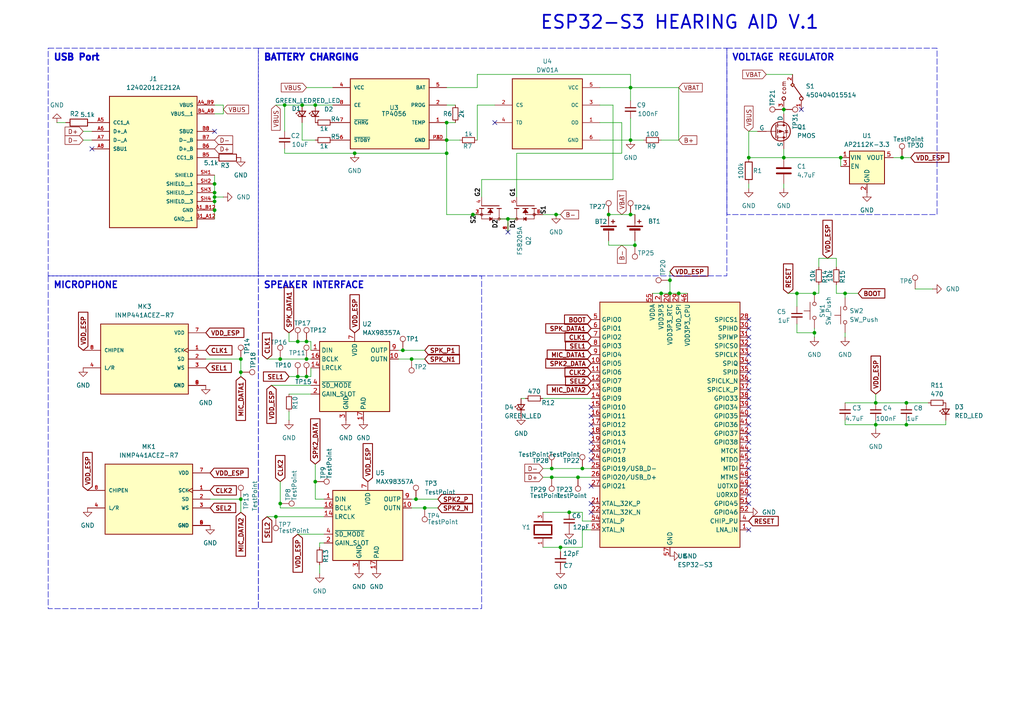
<source format=kicad_sch>
(kicad_sch (version 20231120) (generator "eeschema") (generator_version "8.0")
  (paper "A4")
  (junction (at 182.88 62.23))
  (junction (at 236.22 96.52))
  (junction (at 102.87 44.45))
  (junction (at 165.1 148.59))
  (junction (at 227.33 45.72))
  (junction (at 86.36 99.06))
  (junction (at 262.89 116.84))
  (junction (at 88.9 104.14))
  (junction (at 62.23 58.42))
  (junction (at 69.85 107.95))
  (junction (at 88.9 109.22))
  (junction (at 62.23 60.96))
  (junction (at 147.32 63.5))
  (junction (at 236.22 85.09))
  (junction (at 162.56 158.75))
  (junction (at 227.33 31.75))
  (junction (at 217.17 45.72))
  (junction (at 261.62 45.72))
  (junction (at 245.11 85.09))
  (junction (at 182.88 25.4))
  (junction (at 161.29 62.23))
  (junction (at 129.54 40.64))
  (junction (at 123.19 147.32))
  (junction (at 120.65 144.78))
  (junction (at 160.02 138.43))
  (junction (at 194.31 85.09))
  (junction (at 62.23 57.15))
  (junction (at 62.23 53.34))
  (junction (at 86.36 109.22))
  (junction (at 243.84 45.72))
  (junction (at 196.85 85.09))
  (junction (at 80.01 149.86))
  (junction (at 167.64 138.43))
  (junction (at 129.54 35.56))
  (junction (at 231.14 85.09))
  (junction (at 116.84 101.6))
  (junction (at 119.38 104.14))
  (junction (at 69.85 104.14))
  (junction (at 129.54 44.45))
  (junction (at 81.28 104.14))
  (junction (at 91.44 139.7))
  (junction (at 81.28 146.05))
  (junction (at 191.77 85.09))
  (junction (at 62.23 55.88))
  (junction (at 168.91 135.89))
  (junction (at 82.55 30.48))
  (junction (at 184.15 71.12))
  (junction (at 91.44 30.48))
  (junction (at 176.53 62.23))
  (junction (at 88.9 99.06))
  (junction (at 194.31 81.28))
  (junction (at 182.88 40.64))
  (junction (at 262.89 123.19))
  (junction (at 254 116.84))
  (junction (at 137.16 62.23))
  (junction (at 69.85 144.78))
  (junction (at 87.63 30.48))
  (junction (at 254 123.19))
  (junction (at 160.02 135.89))
  (no_connect (at 217.17 107.95))
  (no_connect (at 217.17 123.19))
  (no_connect (at 217.17 128.27))
  (no_connect (at 171.45 146.05))
  (no_connect (at 217.17 135.89))
  (no_connect (at 217.17 133.35))
  (no_connect (at 171.45 140.97))
  (no_connect (at 217.17 138.43))
  (no_connect (at 217.17 143.51))
  (no_connect (at 217.17 115.57))
  (no_connect (at 217.17 92.71))
  (no_connect (at 217.17 146.05))
  (no_connect (at 232.41 31.75))
  (no_connect (at 217.17 105.41))
  (no_connect (at 217.17 95.25))
  (no_connect (at 171.45 130.81))
  (no_connect (at 217.17 120.65))
  (no_connect (at 217.17 110.49))
  (no_connect (at 171.45 118.11))
  (no_connect (at 143.51 35.56))
  (no_connect (at 217.17 140.97))
  (no_connect (at 171.45 148.59))
  (no_connect (at 217.17 113.03))
  (no_connect (at 26.67 43.18))
  (no_connect (at 171.45 133.35))
  (no_connect (at 171.45 120.65))
  (no_connect (at 62.23 38.1))
  (no_connect (at 217.17 153.67))
  (no_connect (at 171.45 123.19))
  (no_connect (at 147.32 67.31))
  (no_connect (at 171.45 125.73))
  (no_connect (at 217.17 130.81))
  (no_connect (at 171.45 128.27))
  (no_connect (at 217.17 125.73))
  (no_connect (at 217.17 97.79))
  (no_connect (at 217.17 100.33))
  (no_connect (at 217.17 118.11))
  (no_connect (at 217.17 102.87))
  (wire (pts (xy 87.63 35.56) (xy 87.63 40.64)))
  (wire (pts (xy 62.23 55.88) (xy 62.23 57.15)))
  (wire (pts (xy 182.88 21.59) (xy 182.88 25.4)))
  (wire (pts (xy 129.54 35.56) (xy 129.54 40.64)))
  (wire (pts (xy 69.85 104.14) (xy 59.69 104.14)))
  (wire (pts (xy 194.31 81.28) (xy 194.31 78.74)))
  (wire (pts (xy 157.48 135.89) (xy 160.02 135.89)))
  (wire (pts (xy 139.7 52.07) (xy 139.7 57.15)))
  (wire (pts (xy 168.91 153.67) (xy 171.45 153.67)))
  (wire (pts (xy 77.47 149.86) (xy 80.01 149.86)))
  (wire (pts (xy 138.43 25.4) (xy 138.43 21.59)))
  (wire (pts (xy 231.14 93.98) (xy 231.14 96.52)))
  (wire (pts (xy 64.77 30.48) (xy 64.77 33.02)))
  (wire (pts (xy 157.48 148.59) (xy 165.1 148.59)))
  (wire (pts (xy 77.47 104.14) (xy 81.28 104.14)))
  (wire (pts (xy 245.11 85.09) (xy 248.92 85.09)))
  (wire (pts (xy 177.8 30.48) (xy 177.8 52.07)))
  (wire (pts (xy 69.85 107.95) (xy 69.85 104.14)))
  (wire (pts (xy 194.31 85.09) (xy 196.85 85.09)))
  (wire (pts (xy 88.9 99.06) (xy 90.17 99.06)))
  (wire (pts (xy 157.48 138.43) (xy 160.02 138.43)))
  (wire (pts (xy 157.48 62.23) (xy 161.29 62.23)))
  (wire (pts (xy 82.55 30.48) (xy 82.55 38.1)))
  (wire (pts (xy 245.11 97.79) (xy 245.11 96.52)))
  (wire (pts (xy 191.77 40.64) (xy 196.85 40.64)))
  (wire (pts (xy 91.44 30.48) (xy 96.52 30.48)))
  (wire (pts (xy 64.77 57.15) (xy 62.23 57.15)))
  (wire (pts (xy 86.36 154.94) (xy 93.98 154.94)))
  (wire (pts (xy 92.71 157.48) (xy 92.71 158.75)))
  (wire (pts (xy 81.28 104.14) (xy 88.9 104.14)))
  (wire (pts (xy 78.74 111.76) (xy 90.17 111.76)))
  (wire (pts (xy 123.19 101.6) (xy 116.84 101.6)))
  (wire (pts (xy 231.14 85.09) (xy 231.14 88.9)))
  (wire (pts (xy 83.82 96.52) (xy 83.82 99.06)))
  (wire (pts (xy 149.86 57.15) (xy 149.86 44.45)))
  (wire (pts (xy 149.86 44.45) (xy 180.34 44.45)))
  (wire (pts (xy 217.17 45.72) (xy 227.33 45.72)))
  (wire (pts (xy 173.99 40.64) (xy 182.88 40.64)))
  (wire (pts (xy 236.22 85.09) (xy 237.49 85.09)))
  (wire (pts (xy 123.19 147.32) (xy 119.38 147.32)))
  (wire (pts (xy 261.62 45.72) (xy 259.08 45.72)))
  (wire (pts (xy 83.82 109.22) (xy 86.36 109.22)))
  (wire (pts (xy 69.85 144.78) (xy 60.96 144.78)))
  (wire (pts (xy 176.53 69.85) (xy 176.53 71.12)))
  (wire (pts (xy 264.16 45.72) (xy 261.62 45.72)))
  (wire (pts (xy 161.29 62.23) (xy 162.56 62.23)))
  (wire (pts (xy 236.22 95.25) (xy 236.22 96.52)))
  (wire (pts (xy 237.49 74.93) (xy 242.57 74.93)))
  (wire (pts (xy 129.54 40.64) (xy 129.54 44.45)))
  (wire (pts (xy 180.34 44.45) (xy 180.34 35.56)))
  (wire (pts (xy 242.57 82.55) (xy 242.57 85.09)))
  (wire (pts (xy 227.33 54.61) (xy 227.33 53.34)))
  (wire (pts (xy 90.17 99.06) (xy 90.17 101.6)))
  (wire (pts (xy 144.78 63.5) (xy 147.32 63.5)))
  (wire (pts (xy 227.33 33.02) (xy 227.33 31.75)))
  (wire (pts (xy 83.82 121.92) (xy 83.82 119.38)))
  (wire (pts (xy 62.23 53.34) (xy 62.23 55.88)))
  (wire (pts (xy 274.32 121.92) (xy 274.32 123.19)))
  (wire (pts (xy 180.34 35.56) (xy 173.99 35.56)))
  (wire (pts (xy 168.91 148.59) (xy 168.91 151.13)))
  (wire (pts (xy 160.02 135.89) (xy 168.91 135.89)))
  (wire (pts (xy 82.55 44.45) (xy 102.87 44.45)))
  (wire (pts (xy 228.6 85.09) (xy 231.14 85.09)))
  (wire (pts (xy 116.84 101.6) (xy 115.57 101.6)))
  (wire (pts (xy 83.82 99.06) (xy 86.36 99.06)))
  (wire (pts (xy 262.89 123.19) (xy 262.89 121.92)))
  (wire (pts (xy 69.85 109.22) (xy 69.85 107.95)))
  (wire (pts (xy 90.17 109.22) (xy 90.17 106.68)))
  (wire (pts (xy 245.11 123.19) (xy 245.11 121.92)))
  (wire (pts (xy 138.43 40.64) (xy 138.43 30.48)))
  (wire (pts (xy 81.28 147.32) (xy 93.98 147.32)))
  (wire (pts (xy 168.91 151.13) (xy 171.45 151.13)))
  (wire (pts (xy 129.54 44.45) (xy 129.54 62.23)))
  (wire (pts (xy 120.65 144.78) (xy 119.38 144.78)))
  (wire (pts (xy 91.44 134.62) (xy 91.44 139.7)))
  (wire (pts (xy 243.84 45.72) (xy 243.84 48.26)))
  (wire (pts (xy 176.53 71.12) (xy 184.15 71.12)))
  (wire (pts (xy 24.13 40.64) (xy 26.67 40.64)))
  (wire (pts (xy 196.85 25.4) (xy 196.85 40.64)))
  (wire (pts (xy 83.82 114.3) (xy 90.17 114.3)))
  (wire (pts (xy 217.17 38.1) (xy 217.17 45.72)))
  (wire (pts (xy 167.64 138.43) (xy 171.45 138.43)))
  (wire (pts (xy 62.23 33.02) (xy 64.77 33.02)))
  (wire (pts (xy 62.23 57.15) (xy 62.23 58.42)))
  (wire (pts (xy 219.71 38.1) (xy 217.17 38.1)))
  (wire (pts (xy 127 144.78) (xy 120.65 144.78)))
  (wire (pts (xy 237.49 82.55) (xy 237.49 85.09)))
  (wire (pts (xy 274.32 123.19) (xy 262.89 123.19)))
  (wire (pts (xy 82.55 30.48) (xy 87.63 30.48)))
  (wire (pts (xy 182.88 34.29) (xy 182.88 40.64)))
  (wire (pts (xy 93.98 157.48) (xy 92.71 157.48)))
  (wire (pts (xy 191.77 85.09) (xy 194.31 85.09)))
  (wire (pts (xy 182.88 25.4) (xy 196.85 25.4)))
  (wire (pts (xy 88.9 109.22) (xy 90.17 109.22)))
  (wire (pts (xy 217.17 54.61) (xy 217.17 53.34)))
  (wire (pts (xy 91.44 139.7) (xy 91.44 144.78)))
  (wire (pts (xy 160.02 138.43) (xy 167.64 138.43)))
  (wire (pts (xy 162.56 158.75) (xy 168.91 158.75)))
  (wire (pts (xy 152.4 115.57) (xy 151.13 115.57)))
  (wire (pts (xy 168.91 135.89) (xy 171.45 135.89)))
  (wire (pts (xy 138.43 62.23) (xy 137.16 62.23)))
  (wire (pts (xy 162.56 160.02) (xy 162.56 158.75)))
  (wire (pts (xy 184.15 71.12) (xy 184.15 69.85)))
  (wire (pts (xy 26.67 38.1) (xy 24.13 38.1)))
  (wire (pts (xy 129.54 40.64) (xy 133.35 40.64)))
  (wire (pts (xy 80.01 149.86) (xy 93.98 149.86)))
  (wire (pts (xy 119.38 104.14) (xy 123.19 104.14)))
  (wire (pts (xy 227.33 43.18) (xy 227.33 45.72)))
  (wire (pts (xy 254 116.84) (xy 262.89 116.84)))
  (wire (pts (xy 254 114.3) (xy 254 116.84)))
  (wire (pts (xy 245.11 123.19) (xy 254 123.19)))
  (wire (pts (xy 91.44 144.78) (xy 93.98 144.78)))
  (wire (pts (xy 231.14 85.09) (xy 236.22 85.09)))
  (wire (pts (xy 129.54 62.23) (xy 137.16 62.23)))
  (wire (pts (xy 177.8 52.07) (xy 139.7 52.07)))
  (wire (pts (xy 189.23 85.09) (xy 191.77 85.09)))
  (wire (pts (xy 82.55 43.18) (xy 82.55 44.45)))
  (wire (pts (xy 242.57 85.09) (xy 245.11 85.09)))
  (wire (pts (xy 262.89 116.84) (xy 269.24 116.84)))
  (wire (pts (xy 129.54 35.56) (xy 132.08 35.56)))
  (wire (pts (xy 86.36 99.06) (xy 88.9 99.06)))
  (wire (pts (xy 157.48 158.75) (xy 162.56 158.75)))
  (wire (pts (xy 129.54 25.4) (xy 138.43 25.4)))
  (wire (pts (xy 245.11 116.84) (xy 254 116.84)))
  (wire (pts (xy 165.1 148.59) (xy 168.91 148.59)))
  (wire (pts (xy 62.23 50.8) (xy 62.23 53.34)))
  (wire (pts (xy 87.63 30.48) (xy 91.44 30.48)))
  (wire (pts (xy 254 124.46) (xy 254 123.19)))
  (wire (pts (xy 147.32 63.5) (xy 149.86 63.5)))
  (wire (pts (xy 86.36 109.22) (xy 88.9 109.22)))
  (wire (pts (xy 242.57 74.93) (xy 242.57 77.47)))
  (wire (pts (xy 138.43 30.48) (xy 143.51 30.48)))
  (wire (pts (xy 245.11 86.36) (xy 245.11 85.09)))
  (wire (pts (xy 157.48 115.57) (xy 171.45 115.57)))
  (wire (pts (xy 81.28 146.05) (xy 81.28 147.32)))
  (wire (pts (xy 196.85 85.09) (xy 199.39 85.09)))
  (wire (pts (xy 147.32 63.5) (xy 147.32 67.31)))
  (wire (pts (xy 123.19 147.32) (xy 127 147.32)))
  (wire (pts (xy 182.88 62.23) (xy 184.15 62.23)))
  (wire (pts (xy 254 123.19) (xy 262.89 123.19)))
  (wire (pts (xy 237.49 77.47) (xy 237.49 74.93)))
  (wire (pts (xy 182.88 25.4) (xy 182.88 29.21)))
  (wire (pts (xy 222.25 21.59) (xy 229.87 21.59)))
  (wire (pts (xy 265.43 83.82) (xy 270.51 83.82)))
  (wire (pts (xy 88.9 25.4) (xy 96.52 25.4)))
  (wire (pts (xy 16.51 35.56) (xy 19.05 35.56)))
  (wire (pts (xy 129.54 30.48) (xy 132.08 30.48)))
  (wire (pts (xy 254 123.19) (xy 254 121.92)))
  (wire (pts (xy 236.22 96.52) (xy 236.22 97.79)))
  (wire (pts (xy 119.38 104.14) (xy 115.57 104.14)))
  (wire (pts (xy 227.33 45.72) (xy 243.84 45.72)))
  (wire (pts (xy 87.63 40.64) (xy 91.44 40.64)))
  (wire (pts (xy 92.71 166.37) (xy 92.71 163.83)))
  (wire (pts (xy 62.23 58.42) (xy 62.23 60.96)))
  (wire (pts (xy 194.31 81.28) (xy 194.31 85.09)))
  (wire (pts (xy 182.88 40.64) (xy 186.69 40.64)))
  (wire (pts (xy 62.23 30.48) (xy 64.77 30.48)))
  (wire (pts (xy 102.87 44.45) (xy 129.54 44.45)))
  (wire (pts (xy 138.43 21.59) (xy 182.88 21.59)))
  (wire (pts (xy 168.91 158.75) (xy 168.91 153.67)))
  (wire (pts (xy 80.01 30.48) (xy 82.55 30.48)))
  (wire (pts (xy 173.99 30.48) (xy 177.8 30.48)))
  (wire (pts (xy 81.28 139.7) (xy 81.28 146.05)))
  (wire (pts (xy 62.23 60.96) (xy 62.23 63.5)))
  (wire (pts (xy 173.99 25.4) (xy 182.88 25.4)))
  (wire (pts (xy 88.9 104.14) (xy 90.17 104.14)))
  (wire (pts (xy 69.85 148.59) (xy 69.85 144.78)))
  (wire (pts (xy 231.14 96.52) (xy 236.22 96.52)))
  (wire (pts (xy 176.53 62.23) (xy 182.88 62.23)))
  (rectangle (start 74.93 13.97) (end 210.82 80.01) (stroke (width 0) (type dash)))
  (rectangle (start 74.93 80.01) (end 139.7 176.53) (stroke (width 0) (type dash)))
  (rectangle (start 210.82 13.97) (end 271.78 62.23) (stroke (width 0) (type dash)))
  (rectangle (start 13.97 13.97) (end 74.93 80.01) (stroke (width 0) (type dash)))
  (rectangle (start 13.97 80.01) (end 74.93 176.53) (stroke (width 0) (type dash)))
  (text_box "BATTERY CHARGING" (at 74.93 13.97 0) (size 31.75 5.08) (stroke (width -0.0001)) (effects (font (size 1.905 1.905) (thickness 0.508) (bold yes)) (justify left top)))
  (text_box "MICROPHONE\n" (at 13.97 80.01 0) (size 33.02 5.08) (stroke (width -0.0001)) (effects (font (size 1.905 1.905) (thickness 0.381) (bold yes)) (justify left top)))
  (text_box "SPEAKER INTERFACE\n" (at 74.93 80.01 0) (size 35.56 5.08) (stroke (width -0.0001)) (effects (font (size 1.905 1.905) (thickness 0.381) (bold yes)) (justify left top)))
  (text_box "VOLTAGE REGULATOR\n" (at 210.82 13.97 0) (size 33.02 5.08) (stroke (width -0.0001)) (effects (font (size 1.905 1.905) (thickness 0.381) (bold yes)) (justify left top)))
  (text_box "USB Port\n" (at 13.97 13.97 0) (size 26.67 5.08) (stroke (width -0.0001)) (effects (font (size 1.905 1.905) (thickness 0.508) (bold yes)) (justify left top)))
  (text_box "ESP32-S3 HEARING AID V.1" (at 153.67 1.27 0) (size 91.44 8.89) (stroke (width -0.0001)) (effects (font (size 3.81 3.81) (thickness 0.508) (bold yes)) (justify left top)))
  (label "G2" (at 139.7 57.15 90) (effects (font (bold yes))))
  (label "D1" (at 149.86 63.5 270) (effects (font (bold yes))))
  (label "G1" (at 149.86 57.15 90) (effects (font (bold yes))))
  (label "S1" (at 158.75 62.23 90) (effects (font (bold yes))))
  (label "S2" (at 138.43 62.23 270) (effects (font (bold yes))))
  (label "D2" (at 144.78 63.5 270) (effects (font (bold yes))))
  (global_label "VDD_ESP" (shape input) (at 194.31 78.74 0) (effects (font (bold yes))) (property "Intersheetrefs" "${INTERSHEET_REFS}" (effects (hide yes))))
  (global_label "CLK1" (shape input) (at 59.69 101.6 0) (effects (font (bold yes))) (property "Intersheetrefs" "${INTERSHEET_REFS}" (effects (hide yes))))
  (global_label "VDD_ESP" (shape input) (at 102.87 96.52 90) (effects (font (bold yes))) (property "Intersheetrefs" "${INTERSHEET_REFS}" (effects (hide yes))))
  (global_label "SEL2" (shape input) (at 60.96 147.32 0) (effects (font (bold yes))) (property "Intersheetrefs" "${INTERSHEET_REFS}" (effects (hide yes))))
  (global_label "MIC_DATA1" (shape input) (at 171.45 102.87 180) (effects (font (bold yes))) (property "Intersheetrefs" "${INTERSHEET_REFS}" (effects (hide yes))))
  (global_label "VDD_ESP" (shape input) (at 25.4 142.24 90) (effects (font (bold yes))) (property "Intersheetrefs" "${INTERSHEET_REFS}" (effects (hide yes))))
  (global_label "MIC_DATA2" (shape input) (at 69.85 148.59 270) (effects (font (bold yes))) (property "Intersheetrefs" "${INTERSHEET_REFS}" (effects (hide yes))))
  (global_label "CLK2" (shape input) (at 171.45 107.95 180) (effects (font (bold yes))) (property "Intersheetrefs" "${INTERSHEET_REFS}" (effects (hide yes))))
  (global_label "D-" (shape input) (at 24.13 40.64 180) (property "Intersheetrefs" "${INTERSHEET_REFS}" (effects (hide yes))))
  (global_label "SEL2" (shape input) (at 171.45 110.49 180) (effects (font (bold yes))) (property "Intersheetrefs" "${INTERSHEET_REFS}" (effects (hide yes))))
  (global_label "D-" (shape input) (at 157.48 135.89 180) (property "Intersheetrefs" "${INTERSHEET_REFS}" (effects (hide yes))))
  (global_label "CLK2" (shape input) (at 81.28 139.7 90) (effects (font (bold yes))) (property "Intersheetrefs" "${INTERSHEET_REFS}" (effects (hide yes))))
  (global_label "VDD_ESP" (shape input) (at 106.68 139.7 90) (effects (font (bold yes))) (property "Intersheetrefs" "${INTERSHEET_REFS}" (effects (hide yes))))
  (global_label "SEL1" (shape input) (at 171.45 100.33 180) (effects (font (bold yes))) (property "Intersheetrefs" "${INTERSHEET_REFS}" (effects (hide yes))))
  (global_label "SPK2_N" (shape input) (at 127 147.32 0) (effects (font (bold yes))) (property "Intersheetrefs" "${INTERSHEET_REFS}" (effects (hide yes))))
  (global_label "VDD_ESP" (shape input) (at 78.74 111.76 270) (effects (font (bold yes))) (property "Intersheetrefs" "${INTERSHEET_REFS}" (effects (hide yes))))
  (global_label "SEL1" (shape input) (at 83.82 109.22 180) (effects (font (bold yes))) (property "Intersheetrefs" "${INTERSHEET_REFS}" (effects (hide yes))))
  (global_label "MIC_DATA2" (shape input) (at 171.45 113.03 180) (effects (font (bold yes))) (property "Intersheetrefs" "${INTERSHEET_REFS}" (effects (hide yes))))
  (global_label "BOOT" (shape input) (at 248.92 85.09 0) (effects (font (bold yes))) (property "Intersheetrefs" "${INTERSHEET_REFS}" (effects (hide yes))))
  (global_label "SEL1" (shape input) (at 59.69 106.68 0) (effects (font (bold yes))) (property "Intersheetrefs" "${INTERSHEET_REFS}" (effects (hide yes))))
  (global_label "VDD_ESP" (shape input) (at 240.03 74.93 90) (effects (font (bold yes))) (property "Intersheetrefs" "${INTERSHEET_REFS}" (effects (hide yes))))
  (global_label "D+" (shape input) (at 24.13 38.1 180) (property "Intersheetrefs" "${INTERSHEET_REFS}" (effects (hide yes))))
  (global_label "SPK2_DATA" (shape input) (at 171.45 105.41 180) (effects (font (bold yes))) (property "Intersheetrefs" "${INTERSHEET_REFS}" (effects (hide yes))))
  (global_label "B+" (shape input) (at 196.85 40.64 0) (property "Intersheetrefs" "${INTERSHEET_REFS}" (effects (hide yes))))
  (global_label "VBUS" (shape input) (at 80.01 30.48 270) (property "Intersheetrefs" "${INTERSHEET_REFS}" (effects (hide yes))))
  (global_label "D+" (shape input) (at 157.48 138.43 180) (property "Intersheetrefs" "${INTERSHEET_REFS}" (effects (hide yes))))
  (global_label "VDD_ESP" (shape input) (at 264.16 45.72 0) (effects (font (bold yes))) (property "Intersheetrefs" "${INTERSHEET_REFS}" (effects (hide yes))))
  (global_label "SPK_DATA1" (shape input) (at 171.45 95.25 180) (effects (font (bold yes))) (property "Intersheetrefs" "${INTERSHEET_REFS}" (effects (hide yes))))
  (global_label "CLK1" (shape input) (at 171.45 97.79 180) (effects (font (bold yes))) (property "Intersheetrefs" "${INTERSHEET_REFS}" (effects (hide yes))))
  (global_label "VBAT" (shape input) (at 196.85 25.4 0) (property "Intersheetrefs" "${INTERSHEET_REFS}" (effects (hide yes))))
  (global_label "VBUS" (shape input) (at 217.17 38.1 90) (property "Intersheetrefs" "${INTERSHEET_REFS}" (effects (hide yes))))
  (global_label "VDD_ESP" (shape input) (at 59.69 96.52 0) (effects (font (bold yes))) (property "Intersheetrefs" "${INTERSHEET_REFS}" (effects (hide yes))))
  (global_label "CLK2" (shape input) (at 60.96 142.24 0) (effects (font (bold yes))) (property "Intersheetrefs" "${INTERSHEET_REFS}" (effects (hide yes))))
  (global_label "B-" (shape input) (at 180.34 71.12 270) (property "Intersheetrefs" "${INTERSHEET_REFS}" (effects (hide yes))))
  (global_label "D+" (shape input) (at 62.23 43.18 0) (property "Intersheetrefs" "${INTERSHEET_REFS}" (effects (hide yes))))
  (global_label "SPK_DATA1" (shape input) (at 83.82 96.52 90) (effects (font (bold yes))) (property "Intersheetrefs" "${INTERSHEET_REFS}" (effects (hide yes))))
  (global_label "SEL2" (shape input) (at 77.47 149.86 270) (effects (font (bold yes))) (property "Intersheetrefs" "${INTERSHEET_REFS}" (effects (hide yes))))
  (global_label "MIC_DATA1" (shape input) (at 69.85 109.22 270) (effects (font (bold yes))) (property "Intersheetrefs" "${INTERSHEET_REFS}" (effects (hide yes))))
  (global_label "VDD_ESP" (shape input) (at 254 114.3 90) (effects (font (bold yes))) (property "Intersheetrefs" "${INTERSHEET_REFS}" (effects (hide yes))))
  (global_label "D-" (shape input) (at 62.23 40.64 0) (property "Intersheetrefs" "${INTERSHEET_REFS}" (effects (hide yes))))
  (global_label "VDD_ESP" (shape input) (at 24.13 101.6 90) (effects (font (bold yes))) (property "Intersheetrefs" "${INTERSHEET_REFS}" (effects (hide yes))))
  (global_label "VBUS" (shape input) (at 64.77 31.75 0) (property "Intersheetrefs" "${INTERSHEET_REFS}" (effects (hide yes))))
  (global_label "VBUS" (shape input) (at 88.9 25.4 180) (property "Intersheetrefs" "${INTERSHEET_REFS}" (effects (hide yes))))
  (global_label "BOOT" (shape input) (at 171.45 92.71 180) (effects (font (bold yes))) (property "Intersheetrefs" "${INTERSHEET_REFS}" (effects (hide yes))))
  (global_label "VBAT" (shape input) (at 180.34 62.23 90) (property "Intersheetrefs" "${INTERSHEET_REFS}" (effects (hide yes))))
  (global_label "SPK_P1" (shape input) (at 123.19 101.6 0) (effects (font (bold yes))) (property "Intersheetrefs" "${INTERSHEET_REFS}" (effects (hide yes))))
  (global_label "SPK2_P" (shape input) (at 127 144.78 0) (effects (font (bold yes))) (property "Intersheetrefs" "${INTERSHEET_REFS}" (effects (hide yes))))
  (global_label "RESET" (shape input) (at 228.6 85.09 90) (effects (font (bold yes))) (property "Intersheetrefs" "${INTERSHEET_REFS}" (effects (hide yes))))
  (global_label "CLK1" (shape input) (at 77.47 104.14 90) (effects (font (bold yes))) (property "Intersheetrefs" "${INTERSHEET_REFS}" (effects (hide yes))))
  (global_label "VBAT" (shape input) (at 222.25 21.59 180) (property "Intersheetrefs" "${INTERSHEET_REFS}" (effects (hide yes))))
  (global_label "B-" (shape input) (at 162.56 62.23 0) (property "Intersheetrefs" "${INTERSHEET_REFS}" (effects (hide yes))))
  (global_label "SPK_N1" (shape input) (at 123.19 104.14 0) (effects (font (bold yes))) (property "Intersheetrefs" "${INTERSHEET_REFS}" (effects (hide yes))))
  (global_label "VDD_ESP" (shape input) (at 60.96 137.16 0) (effects (font (bold yes))) (property "Intersheetrefs" "${INTERSHEET_REFS}" (effects (hide yes))))
  (global_label "SPK2_DATA" (shape input) (at 91.44 134.62 90) (effects (font (bold yes))) (property "Intersheetrefs" "${INTERSHEET_REFS}" (effects (hide yes))))
  (global_label "RESET" (shape input) (at 217.17 151.13 0) (effects (font (bold yes))) (property "Intersheetrefs" "${INTERSHEET_REFS}" (effects (hide yes))))
  (global_label "VDD_ESP" (shape input) (at 86.36 154.94 270) (effects (font (bold yes))) (property "Intersheetrefs" "${INTERSHEET_REFS}" (effects (hide yes))))
  (symbol (lib_id "power:GND") (at 100.33 121.92 0) (unit 1)
    (property "Reference" "#PWR012" (effects (hide yes)))
    (property "Value" "GND" (at 100.33 127 0))
    (property "Description" "Power symbol creates a global label with name \"GND\" , ground" (effects (hide yes)))
  )
  (symbol (lib_id "Connector:TestPoint") (at 69.85 144.78 0) (unit 1)
    (property "Reference" "TP13" (at 71.374 147.828 90) (effects (justify left)))
    (property "Value" "TestPoint" (at 73.9141 148.336 90) (effects (justify left)))
    (property "Footprint" "MountingHole:Mounting_Pad_Square" (effects (hide yes)))
    (property "Description" "test point" (effects (hide yes)))
  )
  (symbol (lib_id "Connector:TestPoint") (at 160.02 135.89 0) (unit 1)
    (property "Reference" "TP28" (at 159.258 133.604 0) (effects (justify right)))
    (property "Value" "TestPoint" (at 159.258 131.826 0) (effects (justify right)))
    (property "Footprint" "MountingHole:Mounting_Pad_Square" (effects (hide yes)))
    (property "Description" "test point" (effects (hide yes)))
  )
  (symbol (lib_id "power:GND") (at 104.14 165.1 0) (unit 1)
    (property "Reference" "#PWR016" (effects (hide yes)))
    (property "Value" "GND" (at 104.14 170.18 0))
    (property "Description" "Power symbol creates a global label with name \"GND\" , ground" (effects (hide yes)))
  )
  (symbol (lib_id "power:GND") (at 236.22 97.79 0) (unit 1)
    (property "Reference" "#PWR05" (effects (hide yes)))
    (property "Value" "GND" (at 236.22 102.87 0))
    (property "Description" "Power symbol creates a global label with name \"GND\" , ground" (effects (hide yes)))
  )
  (symbol (lib_id "Device:C_Small") (at 182.88 31.75 0) (unit 1)
    (property "Reference" "C9" (at 184.658 30.48 0) (effects (justify left)))
    (property "Value" "100nF" (at 184.912 33.02 0) (effects (justify left)))
    (property "Footprint" "Capacitor_SMD:C_0402_1005Metric_Pad0.74x0.62mm_HandSolder" (effects (hide yes)))
    (property "Description" "Unpolarized capacitor, small symbol" (effects (hide yes)))
  )
  (symbol (lib_id "Connector:TestPoint") (at 227.33 31.75 90) (unit 1)
    (property "Reference" "TP21" (at 224.028 25.908 0) (effects (justify right)))
    (property "Value" "TestPoint" (effects (hide yes)))
    (property "Footprint" "MountingHole:Mounting_Pad_Square" (effects (hide yes)))
    (property "Description" "test point" (effects (hide yes)))
  )
  (symbol (lib_id "Simulation_SPICE:PMOS") (at 224.79 38.1 0) (unit 1)
    (property "Reference" "Q1" (at 231.14 36.8299 0) (effects (justify left)))
    (property "Value" "PMOS" (at 231.14 39.3699 0) (effects (justify left)))
    (property "Footprint" "footprints:DMP3099L-7" (effects (hide yes)))
    (property "Datasheet" "https://ngspice.sourceforge.io/docs/ngspice-html-manual/manual.xhtml#cha_MOSFETs" (effects (hide yes)))
    (property "Description" "P-MOSFET transistor, drain/source/gate" (effects (hide yes)))
    (property "Sim.Device" "PMOS" (effects (hide yes)))
    (property "Sim.Type" "VDMOS" (effects (hide yes)))
    (property "Sim.Pins" "1=D 2=G 3=S" (effects (hide yes)))
  )
  (symbol (lib_id "Device:LED_Small") (at 151.13 118.11 90) (unit 1)
    (property "Reference" "D4" (at 146.304 118.11 90) (effects (justify right)))
    (property "Value" "GREEN_LED" (at 146.304 120.65 90) (effects (justify right)))
    (property "Footprint" "LED_SMD:LED_0402_1005Metric" (effects (hide yes)))
    (property "Description" "Light emitting diode, small symbol" (effects (hide yes)))
  )
  (symbol (lib_id "DW01A:DW01A") (at 158.75 33.02 0) (unit 1)
    (property "Reference" "U4" (at 158.75 17.78 0))
    (property "Value" "DW01A" (at 158.75 20.32 0))
    (property "Footprint" "DW01A:SOT95P280X145-6N" (effects (hide yes)))
    (property "MF" "Fortune Semiconductor" (effects (hide yes)))
    (property "SNAPEDA_PACKAGE_ID" "103849" (effects (hide yes)))
    (property "Package" "SOT-23-6 Fortune Semiconductor" (effects (hide yes)))
    (property "Price" "None" (effects (hide yes)))
    (property "Check_prices" "https://www.snapeda.com/parts/DW01A/Fortune+Semiconductor/view-part/?ref=eda" (effects (hide yes)))
    (property "STANDARD" "IPC 7351B" (effects (hide yes)))
    (property "PARTREV" "1.8" (effects (hide yes)))
    (property "SnapEDA_Link" "https://www.snapeda.com/parts/DW01A/Fortune+Semiconductor/view-part/?ref=snap" (effects (hide yes)))
    (property "MP" "DW01A" (effects (hide yes)))
    (property "Description_1" "\n                        \n                            One Cell Lithium-ion/Polymer Battery Protection IC\n                        \n" (effects (hide yes)))
    (property "MANUFACTURER" "Fortune Semiconductor" (effects (hide yes)))
    (property "Availability" "Not in stock" (effects (hide yes)))
    (property "MAXIMUM_PACKAGE_HEIGHT" "1.45mm" (effects (hide yes)))
  )
  (symbol (lib_id "Connector:TestPoint") (at 116.84 101.6 0) (unit 1)
    (property "Reference" "TP1" (at 117.856 98.298 0) (effects (justify left)))
    (property "Value" "TestPoint" (effects (hide yes)))
    (property "Footprint" "MountingHole:Mounting_Pad_Square" (effects (hide yes)))
    (property "Description" "test point" (effects (hide yes)))
  )
  (symbol (lib_id "power:GND") (at 270.51 83.82 90) (unit 1)
    (property "Reference" "#PWR021" (effects (hide yes)))
    (property "Value" "GND" (at 274.32 83.8199 90) (effects (justify right)))
    (property "Description" "Power symbol creates a global label with name \"GND\" , ground" (effects (hide yes)))
  )
  (symbol (lib_id "12402012E212A:12402012E212A") (at 44.45 40.64 0) (unit 1)
    (property "Reference" "J1" (at 44.45 22.86 0))
    (property "Value" "12402012E212A" (at 44.45 25.4 0))
    (property "Footprint" "12402012E212A:AMPHENOL_12402012E212A" (effects (hide yes)))
    (property "PARTREV" "4" (effects (hide yes)))
    (property "STANDARD" "Manufacturer Recommendations" (effects (hide yes)))
    (property "MAXIMUM_PACKAGE_HEIGHT" "3.26 mm" (effects (hide yes)))
    (property "MANUFACTURER" "Amphenol" (effects (hide yes)))
  )
  (symbol (lib_id "power:GND") (at 217.17 54.61 0) (unit 1)
    (property "Reference" "#PWR03" (effects (hide yes)))
    (property "Value" "GND" (at 217.17 59.69 0))
    (property "Description" "Power symbol creates a global label with name \"GND\" , ground" (effects (hide yes)))
  )
  (symbol (lib_id "MCU_Espressif:ESP32-S3") (at 194.31 123.19 0) (unit 1)
    (property "Reference" "U8" (at 196.5041 161.29 0) (effects (justify left)))
    (property "Value" "ESP32-S3" (at 196.5041 163.83 0) (effects (justify left)))
    (property "Footprint" "Package_DFN_QFN:QFN-56-1EP_7x7mm_P0.4mm_EP4x4mm" (effects (hide yes)))
    (property "Datasheet" "https://www.espressif.com/sites/default/files/documentation/esp32-s3_datasheet_en.pdf" (effects (hide yes)))
    (property "Description" "Microcontroller, Wi-Fi 802.11b/g/n, Bluetooth, 32bit" (effects (hide yes)))
  )
  (symbol (lib_id "Switch:SW_Push") (at 236.22 90.17 90) (unit 1)
    (property "Reference" "SW1" (at 238.506 90.17 0))
    (property "Value" "SW_Push" (at 240.284 90.17 0))
    (property "Footprint" "B3U-1000P:SW_B3U-1000P" (effects (hide yes)))
    (property "Description" "Push button switch, generic, two pins" (effects (hide yes)))
  )
  (symbol (lib_id "Connector:TestPoint") (at 86.36 99.06 0) (unit 1)
    (property "Reference" "TP17" (at 90.17 93.726 0) (effects (justify right)))
    (property "Value" "TestPoint" (effects (hide yes)))
    (property "Footprint" "MountingHole:Mounting_Pad_Square" (effects (hide yes)))
    (property "Description" "test point" (effects (hide yes)))
  )
  (symbol (lib_id "Device:R_Small") (at 132.08 33.02 180) (unit 1)
    (property "Reference" "R6" (at 129.794 33.02 0))
    (property "Value" "2k" (at 133.858 33.02 90))
    (property "Footprint" "Resistor_SMD:R_0402_1005Metric_Pad0.72x0.64mm_HandSolder" (effects (hide yes)))
    (property "Description" "Resistor, small symbol" (effects (hide yes)))
  )
  (symbol (lib_id "Connector:TestPoint") (at 182.88 62.23 0) (unit 1)
    (property "Reference" "TP24" (at 188.722 60.198 0) (effects (justify right)))
    (property "Value" "TestPoint" (effects (hide yes)))
    (property "Footprint" "MountingHole:Mounting_Pad_Square" (effects (hide yes)))
    (property "Description" "test point" (effects (hide yes)))
  )
  (symbol (lib_id "Device:LED_Small") (at 87.63 33.02 90) (unit 1)
    (property "Reference" "D1" (at 84.582 31.496 90) (effects (justify right)))
    (property "Value" "GREEN_LED" (at 79.756 29.21 90) (effects (justify right)))
    (property "Footprint" "LED_SMD:LED_0402_1005Metric" (effects (hide yes)))
    (property "Description" "Light emitting diode, small symbol" (effects (hide yes)))
  )
  (symbol (lib_id "Connector:TestPoint") (at 123.19 147.32 180) (unit 1)
    (property "Reference" "TP4" (at 123.952 149.606 0) (effects (justify right)))
    (property "Value" "TestPoint" (at 123.952 151.384 0) (effects (justify right)))
    (property "Footprint" "MountingHole:Mounting_Pad_Square" (effects (hide yes)))
    (property "Description" "test point" (effects (hide yes)))
  )
  (symbol (lib_id "Device:C_Small") (at 262.89 119.38 0) (unit 1)
    (property "Reference" "C8" (at 264.922 118.364 0) (effects (justify left)))
    (property "Value" "1uF" (at 262.89 121.412 0) (effects (justify left)))
    (property "Footprint" "Capacitor_SMD:C_0402_1005Metric_Pad0.74x0.62mm_HandSolder" (effects (hide yes)))
    (property "Description" "Unpolarized capacitor, small symbol" (effects (hide yes)))
  )
  (symbol (lib_id "Connector:TestPoint") (at 184.15 71.12 180) (unit 1)
    (property "Reference" "TP25" (at 184.912 73.406 0) (effects (justify right)))
    (property "Value" "TestPoint" (effects (hide yes)))
    (property "Footprint" "MountingHole:Mounting_Pad_Square" (effects (hide yes)))
    (property "Description" "test point" (effects (hide yes)))
  )
  (symbol (lib_id "power:GND") (at 92.71 166.37 0) (mirror y) (unit 1)
    (property "Reference" "#PWR08" (effects (hide yes)))
    (property "Value" "GND" (at 92.71 171.45 0))
    (property "Description" "Power symbol creates a global label with name \"GND\" , ground" (effects (hide yes)))
  )
  (symbol (lib_id "Device:Battery_Cell") (at 176.53 67.31 0) (unit 1)
    (property "Reference" "BT2" (at 172.466 64.262 0) (effects (justify left)))
    (property "Value" "Battery_Cell" (effects (hide yes)))
    (property "Footprint" "Battery:BatteryHolder_Keystone_3034_1x20mm_CustomCourtyard" (effects (hide yes)))
    (property "Description" "Single-cell battery" (effects (hide yes)))
  )
  (symbol (lib_id "450404015514:450404015514") (at 229.87 26.67 270) (unit 1)
    (property "Reference" "S1" (at 233.68 25.0189 90) (effects (justify left)))
    (property "Value" "450404015514" (at 233.68 27.5589 90) (effects (justify left)))
    (property "Footprint" "450404015514:450404015514" (effects (hide yes)))
    (property "IR" "300mA" (effects (hide yes)))
    (property "QTY" "150" (effects (hide yes)))
    (property "PACKAGING" "Tape and Reel" (effects (hide yes)))
    (property "VR" "5V(DC)" (effects (hide yes)))
    (property "DATASHEET-URL" "https://www.we-online.com/catalog/datasheet/450404015514.pdf" (effects (hide yes)))
    (property "PART-NUMBER" "450404015514" (effects (hide yes)))
  )
  (symbol (lib_id "power:GND") (at 105.41 121.92 0) (unit 1)
    (property "Reference" "#PWR013" (effects (hide yes)))
    (property "Value" "GND" (at 105.41 127 0))
    (property "Description" "Power symbol creates a global label with name \"GND\" , ground" (effects (hide yes)))
  )
  (symbol (lib_id "power:GND") (at 227.33 54.61 0) (unit 1)
    (property "Reference" "#PWR04" (effects (hide yes)))
    (property "Value" "GND" (at 227.33 59.69 0))
    (property "Description" "Power symbol creates a global label with name \"GND\" , ground" (effects (hide yes)))
  )
  (symbol (lib_id "power:GND") (at 83.82 121.92 0) (unit 1)
    (property "Reference" "#PWR018" (effects (hide yes)))
    (property "Value" "GND" (at 83.82 127 0))
    (property "Description" "Power symbol creates a global label with name \"GND\" , ground" (effects (hide yes)))
  )
  (symbol (lib_id "Device:LED_Small") (at 91.44 33.02 90) (unit 1)
    (property "Reference" "D2" (at 93.98 31.6864 90) (effects (justify right)))
    (property "Value" "RED_LED" (at 90.424 29.21 90) (effects (justify right)))
    (property "Footprint" "LED_SMD:LED_0402_1005Metric" (effects (hide yes)))
    (property "Description" "Light emitting diode, small symbol" (effects (hide yes)))
  )
  (symbol (lib_id "Connector:TestPoint") (at 120.65 144.78 0) (unit 1)
    (property "Reference" "TP3" (at 123.19 140.2079 0) (effects (justify left)))
    (property "Value" "TestPoint" (at 123.19 142.7479 0) (effects (justify left)))
    (property "Footprint" "MountingHole:Mounting_Pad_Square" (effects (hide yes)))
    (property "Description" "test point" (effects (hide yes)))
  )
  (symbol (lib_id "Audio:MAX98357A") (at 106.68 152.4 0) (unit 1)
    (property "Reference" "U5" (at 108.8741 137.16 0) (effects (justify left)))
    (property "Value" "MAX98357A" (at 108.8741 139.7 0) (effects (justify left)))
    (property "Footprint" "Package_DFN_QFN:TQFN-16-1EP_3x3mm_P0.5mm_EP1.23x1.23mm" (effects (hide yes)))
    (property "Datasheet" "https://www.analog.com/media/en/technical-documentation/data-sheets/MAX98357A-MAX98357B.pdf" (effects (hide yes)))
    (property "Description" "Mono DAC with amplifier, I2S, PCM, TDM, 32-bit, 96khz, 3.2W, TQFP-16" (effects (hide yes)))
  )
  (symbol (lib_id "INMP441ACEZ-R7:INMP441ACEZ-R7") (at 41.91 104.14 0) (unit 1)
    (property "Reference" "MK3" (at 41.91 88.9 0))
    (property "Value" "INMP441ACEZ-R7" (at 41.91 91.44 0))
    (property "Footprint" "INMP441ACEZ-R7:MIC_INMP441ACEZ-R7" (effects (hide yes)))
    (property "MF" "TDK InvenSense" (effects (hide yes)))
    (property "MAXIMUM_PACKAGE_HEIGHT" "1.05 mm" (effects (hide yes)))
    (property "Package" "LGA-9 TDK InvenSense" (effects (hide yes)))
    (property "Price" "None" (effects (hide yes)))
    (property "Check_prices" "https://www.snapeda.com/parts/INMP441ACEZ-R7/TDK/view-part/?ref=eda" (effects (hide yes)))
    (property "STANDARD" "Manufacturer Recommendations" (effects (hide yes)))
    (property "PARTREV" "1.1" (effects (hide yes)))
    (property "SnapEDA_Link" "https://www.snapeda.com/parts/INMP441ACEZ-R7/TDK/view-part/?ref=snap" (effects (hide yes)))
    (property "MP" "INMP441ACEZ-R7" (effects (hide yes)))
    (property "Description_1" "\n                        \n                            60 Hz ~ 15 kHz Digital, I2S Microphone MEMS (Silicon) 1.62 V ~ 3.63 V Omnidirectional (-26dB ±3dB @ 94dB SPL) Solder Pads\n                        \n" (effects (hide yes)))
    (property "Availability" "In Stock" (effects (hide yes)))
    (property "MANUFACTURER" "TDK InvenSense" (effects (hide yes)))
  )
  (symbol (lib_id "power:GND") (at 69.85 45.72 0) (unit 1)
    (property "Reference" "#PWR010" (effects (hide yes)))
    (property "Value" "GND" (at 69.85 50.8 0))
    (property "Description" "Power symbol creates a global label with name \"GND\" , ground" (effects (hide yes)))
  )
  (symbol (lib_id "Device:R_Small") (at 92.71 161.29 0) (unit 1)
    (property "Reference" "R13" (at 94.488 161.29 90))
    (property "Value" "100k" (effects (hide yes)))
    (property "Footprint" "Resistor_SMD:R_0402_1005Metric" (effects (hide yes)))
    (property "Description" "Resistor, small symbol" (effects (hide yes)))
  )
  (symbol (lib_id "Device:R") (at 66.04 45.72 90) (unit 1)
    (property "Reference" "R3" (at 65.278 48.006 90))
    (property "Value" "5.1k" (at 61.214 47.244 90))
    (property "Footprint" "Resistor_SMD:R_0402_1005Metric_Pad0.72x0.64mm_HandSolder" (effects (hide yes)))
    (property "Description" "Resistor" (effects (hide yes)))
  )
  (symbol (lib_id "power:GND") (at 245.11 97.79 0) (unit 1)
    (property "Reference" "#PWR027" (effects (hide yes)))
    (property "Value" "GND" (at 245.11 102.87 0))
    (property "Description" "Power symbol creates a global label with name \"GND\" , ground" (effects (hide yes)))
  )
  (symbol (lib_id "Device:C") (at 227.33 49.53 0) (unit 1)
    (property "Reference" "C1" (at 231.14 48.2599 0) (effects (justify left)))
    (property "Value" "4.7uF" (at 231.14 50.7999 0) (effects (justify left)))
    (property "Footprint" "Capacitor_SMD:C_0402_1005Metric_Pad0.74x0.62mm_HandSolder" (effects (hide yes)))
    (property "Description" "Unpolarized capacitor" (effects (hide yes)))
  )
  (symbol (lib_id "Device:C_Small") (at 254 119.38 0) (unit 1)
    (property "Reference" "C4" (at 256.032 118.364 0) (effects (justify left)))
    (property "Value" "100nF" (at 254 121.412 0) (effects (justify left)))
    (property "Footprint" "Capacitor_SMD:C_0402_1005Metric_Pad0.74x0.62mm_HandSolder" (effects (hide yes)))
    (property "Description" "Unpolarized capacitor, small symbol" (effects (hide yes)))
  )
  (symbol (lib_id "power:GND") (at 24.13 106.68 0) (unit 1)
    (property "Reference" "#PWR023" (effects (hide yes)))
    (property "Value" "GND" (at 24.13 111.76 0))
    (property "Description" "Power symbol creates a global label with name \"GND\" , ground" (effects (hide yes)))
  )
  (symbol (lib_id "power:GND") (at 162.56 165.1 0) (unit 1)
    (property "Reference" "#PWR028" (effects (hide yes)))
    (property "Value" "GND" (at 162.56 170.18 0))
    (property "Description" "Power symbol creates a global label with name \"GND\" , ground" (effects (hide yes)))
  )
  (symbol (lib_id "Connector:TestPoint") (at 81.28 104.14 0) (unit 1)
    (property "Reference" "TP16" (at 83.312 99.314 0) (effects (justify right)))
    (property "Value" "TestPoint" (effects (hide yes)))
    (property "Footprint" "MountingHole:Mounting_Pad_Square" (effects (hide yes)))
    (property "Description" "test point" (effects (hide yes)))
  )
  (symbol (lib_id "Device:Battery_Cell") (at 184.15 67.31 0) (unit 1)
    (property "Reference" "BT1" (at 187.96 64.1984 0) (effects (justify left)))
    (property "Value" "Battery_Cell" (effects (hide yes)))
    (property "Footprint" "Battery:BatteryHolder_Keystone_3034_1x20mm_CustomCourtyard" (effects (hide yes)))
    (property "Description" "Single-cell battery" (effects (hide yes)))
  )
  (symbol (lib_id "power:GND") (at 60.96 152.4 0) (unit 1)
    (property "Reference" "#PWR020" (effects (hide yes)))
    (property "Value" "GND" (at 60.96 157.48 0))
    (property "Description" "Power symbol creates a global label with name \"GND\" , ground" (effects (hide yes)))
  )
  (symbol (lib_id "Device:C_Small") (at 82.55 40.64 0) (unit 1)
    (property "Reference" "C2" (at 84.328 39.37 0) (effects (justify left)))
    (property "Value" "10uF" (at 84.582 41.91 0) (effects (justify left)))
    (property "Footprint" "Capacitor_SMD:C_0402_1005Metric_Pad0.74x0.62mm_HandSolder" (effects (hide yes)))
    (property "Description" "Unpolarized capacitor, small symbol" (effects (hide yes)))
  )
  (symbol (lib_id "power:GND") (at 182.88 40.64 0) (unit 1)
    (property "Reference" "#PWR017" (effects (hide yes)))
    (property "Value" "GND" (at 182.88 45.72 0))
    (property "Description" "Power symbol creates a global label with name \"GND\" , ground" (effects (hide yes)))
  )
  (symbol (lib_id "Audio:MAX98357A") (at 102.87 109.22 0) (unit 1)
    (property "Reference" "U2" (at 105.0641 93.98 0) (effects (justify left)))
    (property "Value" "MAX98357A" (at 105.0641 96.52 0) (effects (justify left)))
    (property "Footprint" "Package_DFN_QFN:TQFN-16-1EP_3x3mm_P0.5mm_EP1.23x1.23mm" (effects (hide yes)))
    (property "Datasheet" "https://www.analog.com/media/en/technical-documentation/data-sheets/MAX98357A-MAX98357B.pdf" (effects (hide yes)))
    (property "Description" "Mono DAC with amplifier, I2S, PCM, TDM, 32-bit, 96khz, 3.2W, TQFP-16" (effects (hide yes)))
  )
  (symbol (lib_id "Connector:TestPoint") (at 86.36 109.22 0) (unit 1)
    (property "Reference" "TP10" (at 84.582 105.918 0) (effects (justify right)))
    (property "Value" "TestPoint" (effects (hide yes)))
    (property "Footprint" "MountingHole:Mounting_Pad_Square" (effects (hide yes)))
    (property "Description" "test point" (effects (hide yes)))
  )
  (symbol (lib_id "Switch:SW_Push") (at 245.11 91.44 90) (unit 1)
    (property "Reference" "SW2" (at 246.38 90.1699 90) (effects (justify right)))
    (property "Value" "SW_Push" (at 246.38 92.7099 90) (effects (justify right)))
    (property "Footprint" "B3U-1000P:SW_B3U-1000P" (effects (hide yes)))
    (property "Description" "Push button switch, generic, two pins" (effects (hide yes)))
  )
  (symbol (lib_id "Device:C_Small") (at 165.1 151.13 0) (unit 1)
    (property "Reference" "C6" (at 165.862 149.606 0) (effects (justify left)))
    (property "Value" "12pF" (at 166.116 152.908 0) (effects (justify left)))
    (property "Footprint" "Capacitor_SMD:C_0402_1005Metric_Pad0.74x0.62mm_HandSolder" (effects (hide yes)))
    (property "Description" "Unpolarized capacitor, small symbol" (effects (hide yes)))
  )
  (symbol (lib_id "Connector:TestPoint") (at 119.38 104.14 180) (unit 1)
    (property "Reference" "TP2" (at 120.142 106.426 0) (effects (justify right)))
    (property "Value" "TestPoint" (effects (hide yes)))
    (property "Footprint" "MountingHole:Mounting_Pad_Square" (effects (hide yes)))
    (property "Description" "test point" (effects (hide yes)))
  )
  (symbol (lib_id "Connector:TestPoint") (at 265.43 83.82 0) (unit 1)
    (property "Reference" "TP6" (at 264.668 81.534 0) (effects (justify right)))
    (property "Value" "TestPoint" (effects (hide yes)))
    (property "Footprint" "MountingHole:Mounting_Pad_Square" (effects (hide yes)))
    (property "Description" "test point" (effects (hide yes)))
  )
  (symbol (lib_id "Device:R_Small") (at 237.49 80.01 0) (unit 1)
    (property "Reference" "R14" (at 239.268 80.264 90))
    (property "Value" "10k" (at 235.712 80.01 90))
    (property "Footprint" "Resistor_SMD:R_0402_1005Metric_Pad0.72x0.64mm_HandSolder" (effects (hide yes)))
    (property "Description" "Resistor, small symbol" (effects (hide yes)))
  )
  (symbol (lib_id "power:GND") (at 25.4 147.32 0) (unit 1)
    (property "Reference" "#PWR024" (effects (hide yes)))
    (property "Value" "GND" (at 25.4 152.4 0))
    (property "Description" "Power symbol creates a global label with name \"GND\" , ground" (effects (hide yes)))
  )
  (symbol (lib_id "power:GND") (at 59.69 111.76 0) (unit 1)
    (property "Reference" "#PWR07" (effects (hide yes)))
    (property "Value" "GND" (at 59.69 116.84 0))
    (property "Description" "Power symbol creates a global label with name \"GND\" , ground" (effects (hide yes)))
  )
  (symbol (lib_id "power:GND") (at 64.77 57.15 90) (unit 1)
    (property "Reference" "#PWR09" (effects (hide yes)))
    (property "Value" "GND" (at 68.58 57.1499 90) (effects (justify right)))
    (property "Description" "Power symbol creates a global label with name \"GND\" , ground" (effects (hide yes)))
  )
  (symbol (lib_id "Connector:TestPoint") (at 69.85 107.95 270) (unit 1)
    (property "Reference" "TP18" (at 73.406 106.934 0) (effects (justify right)))
    (property "Value" "TestPoint" (effects (hide yes)))
    (property "Footprint" "MountingHole:Mounting_Pad_Square" (effects (hide yes)))
    (property "Description" "test point" (effects (hide yes)))
  )
  (symbol (lib_id "power:GND") (at 217.17 148.59 90) (unit 1)
    (property "Reference" "#PWR025" (effects (hide yes)))
    (property "Value" "GND" (at 220.98 148.5899 90) (effects (justify right)))
    (property "Description" "Power symbol creates a global label with name \"GND\" , ground" (effects (hide yes)))
  )
  (symbol (lib_id "XRCGB40M000F1S1BR0:XRCGB40M000F1S1BR0") (at 157.48 153.67 90) (unit 1)
    (property "Reference" "Y1" (at 151.384 152.908 90) (effects (justify right)))
    (property "Value" "XRCGB40M000F1S1BR0" (effects (hide yes)))
    (property "Footprint" "XRCGB40M000F1S1BR0:OSC_XRCGB40M000F1S1BR0" (effects (hide yes)))
    (property "PARTREV" "N/A" (effects (hide yes)))
    (property "MANUFACTURER" "Murata Electronics" (effects (hide yes)))
    (property "MAXIMUM_PACKAGE_HEIGHT" "0.7 mm" (effects (hide yes)))
    (property "STANDARD" "Manufacturer Recommendations" (effects (hide yes)))
  )
  (symbol (lib_id "power:GND") (at 161.29 62.23 0) (unit 1)
    (property "Reference" "#PWR015" (effects (hide yes)))
    (property "Value" "GND" (at 161.29 67.31 0))
    (property "Description" "Power symbol creates a global label with name \"GND\" , ground" (effects (hide yes)))
  )
  (symbol (lib_id "Device:R_Small") (at 154.94 115.57 90) (unit 1)
    (property "Reference" "R12" (at 159.004 116.84 90))
    (property "Value" "470" (at 154.94 113.538 90))
    (property "Footprint" "Resistor_SMD:R_0402_1005Metric" (effects (hide yes)))
    (property "Description" "Resistor, small symbol" (effects (hide yes)))
  )
  (symbol (lib_id "power:GND") (at 165.1 153.67 0) (unit 1)
    (property "Reference" "#PWR029" (effects (hide yes)))
    (property "Value" "GND" (at 165.354 157.226 0))
    (property "Description" "Power symbol creates a global label with name \"GND\" , ground" (effects (hide yes)))
  )
  (symbol (lib_id "Connector:TestPoint") (at 160.02 138.43 180) (unit 1)
    (property "Reference" "TP29" (at 153.67 141.986 0) (effects (justify right)))
    (property "Value" "TestPoint" (at 153.67 143.764 0) (effects (justify right)))
    (property "Footprint" "MountingHole:Mounting_Pad_Square" (effects (hide yes)))
    (property "Description" "test point" (effects (hide yes)))
  )
  (symbol (lib_id "Device:R_Small") (at 271.78 116.84 90) (unit 1)
    (property "Reference" "R11" (at 271.78 111.76 90))
    (property "Value" "470" (at 271.78 114.3 90))
    (property "Footprint" "Resistor_SMD:R_0402_1005Metric" (effects (hide yes)))
    (property "Description" "Resistor, small symbol" (effects (hide yes)))
  )
  (symbol (lib_id "Connector:TestPoint") (at 69.85 104.14 0) (unit 1)
    (property "Reference" "TP14" (at 71.628 102.87 90) (effects (justify left)))
    (property "Value" "TestPoint" (effects (hide yes)))
    (property "Footprint" "MountingHole:Mounting_Pad_Square" (effects (hide yes)))
    (property "Description" "test point" (effects (hide yes)))
  )
  (symbol (lib_id "power:GND") (at 102.87 44.45 0) (unit 1)
    (property "Reference" "#PWR011" (effects (hide yes)))
    (property "Value" "GND" (at 102.87 49.53 0))
    (property "Description" "Power symbol creates a global label with name \"GND\" , ground" (effects (hide yes)))
  )
  (symbol (lib_id "FS8205A:FS8205A") (at 147.32 62.23 270) (unit 1)
    (property "Reference" "Q2" (at 153.2892 69.85 0))
    (property "Value" "FS8205A" (at 150.7492 69.85 0))
    (property "Footprint" "Package_TO_SOT_SMD:SOT-23-6" (effects (hide yes)))
    (property "MF" "Fortune Semiconductor" (effects (hide yes)))
    (property "MAXIMUM_PACKAGE_HEIGHT" "1.2mm" (effects (hide yes)))
    (property "Package" "Package" (effects (hide yes)))
    (property "Price" "None" (effects (hide yes)))
    (property "Check_prices" "https://www.snapeda.com/parts/FS8205A/Fortune+Semiconductor/view-part/?ref=eda" (effects (hide yes)))
    (property "STANDARD" "IPC 7351B" (effects (hide yes)))
    (property "PARTREV" "1.7" (effects (hide yes)))
    (property "SnapEDA_Link" "https://www.snapeda.com/parts/FS8205A/Fortune+Semiconductor/view-part/?ref=snap" (effects (hide yes)))
    (property "MP" "FS8205A" (effects (hide yes)))
    (property "Description_1" "\n                        \n                            \n                        \n" (effects (hide yes)))
    (property "Availability" "In Stock" (effects (hide yes)))
    (property "MANUFACTURER" "Fortune Semiconductor" (effects (hide yes)))
  )
  (symbol (lib_id "Device:R_Small") (at 93.98 35.56 90) (unit 1)
    (property "Reference" "R4" (at 97.282 34.544 90))
    (property "Value" "1k" (at 93.98 37.338 90))
    (property "Footprint" "Resistor_SMD:R_0402_1005Metric_Pad0.72x0.64mm_HandSolder" (effects (hide yes)))
    (property "Description" "Resistor, small symbol" (effects (hide yes)))
  )
  (symbol (lib_id "power:GND") (at 254 124.46 0) (unit 1)
    (property "Reference" "#PWR014" (effects (hide yes)))
    (property "Value" "GND" (at 254 129.54 0))
    (property "Description" "Power symbol creates a global label with name \"GND\" , ground" (effects (hide yes)))
  )
  (symbol (lib_id "Connector:TestPoint") (at 80.01 149.86 180) (unit 1)
    (property "Reference" "TP7" (at 80.772 152.146 0) (effects (justify right)))
    (property "Value" "TestPoint" (at 80.772 153.924 0) (effects (justify right)))
    (property "Footprint" "MountingHole:Mounting_Pad_Square" (effects (hide yes)))
    (property "Description" "test point" (effects (hide yes)))
  )
  (symbol (lib_id "Connector:TestPoint") (at 81.28 146.05 270) (unit 1)
    (property "Reference" "TP8" (at 83.566 145.288 0) (effects (justify right)))
    (property "Value" "TestPoint" (at 85.344 145.288 0) (effects (justify right)))
    (property "Footprint" "MountingHole:Mounting_Pad_Square" (effects (hide yes)))
    (property "Description" "test point" (effects (hide yes)))
  )
  (symbol (lib_id "power:GND") (at 151.13 120.65 0) (unit 1)
    (property "Reference" "#PWR022" (effects (hide yes)))
    (property "Value" "GND" (at 151.13 125.73 0))
    (property "Description" "Power symbol creates a global label with name \"GND\" , ground" (effects (hide yes)))
  )
  (symbol (lib_id "INMP441ACEZ-R7:INMP441ACEZ-R7") (at 43.18 144.78 0) (unit 1)
    (property "Reference" "MK1" (at 43.18 129.54 0))
    (property "Value" "INMP441ACEZ-R7" (at 43.18 132.08 0))
    (property "Footprint" "INMP441ACEZ-R7:MIC_INMP441ACEZ-R7" (effects (hide yes)))
    (property "MF" "TDK InvenSense" (effects (hide yes)))
    (property "MAXIMUM_PACKAGE_HEIGHT" "1.05 mm" (effects (hide yes)))
    (property "Package" "LGA-9 TDK InvenSense" (effects (hide yes)))
    (property "Price" "None" (effects (hide yes)))
    (property "Check_prices" "https://www.snapeda.com/parts/INMP441ACEZ-R7/TDK/view-part/?ref=eda" (effects (hide yes)))
    (property "STANDARD" "Manufacturer Recommendations" (effects (hide yes)))
    (property "PARTREV" "1.1" (effects (hide yes)))
    (property "SnapEDA_Link" "https://www.snapeda.com/parts/INMP441ACEZ-R7/TDK/view-part/?ref=snap" (effects (hide yes)))
    (property "MP" "INMP441ACEZ-R7" (effects (hide yes)))
    (property "Description_1" "\n                        \n                            60 Hz ~ 15 kHz Digital, I2S Microphone MEMS (Silicon) 1.62 V ~ 3.63 V Omnidirectional (-26dB ±3dB @ 94dB SPL) Solder Pads\n                        \n" (effects (hide yes)))
    (property "Availability" "In Stock" (effects (hide yes)))
    (property "MANUFACTURER" "TDK InvenSense" (effects (hide yes)))
  )
  (symbol (lib_id "Regulator_Linear:AP2112K-3.3") (at 251.46 48.26 0) (unit 1)
    (property "Reference" "U1" (at 251.46 39.37 0))
    (property "Value" "AP2112K-3.3" (at 251.46 41.91 0))
    (property "Footprint" "Package_TO_SOT_SMD:SOT-23-5" (effects (hide yes)))
    (property "Datasheet" "https://www.diodes.com/assets/Datasheets/AP2112.pdf" (effects (hide yes)))
    (property "Description" "600mA low dropout linear regulator, with enable pin, 3.8V-6V input voltage range, 3.3V fixed positive output, SOT-23-5" (effects (hide yes)))
  )
  (symbol (lib_id "Connector:TestPoint") (at 168.91 135.89 0) (unit 1)
    (property "Reference" "TP22" (at 168.148 133.604 0) (effects (justify right)))
    (property "Value" "TestPoint" (at 168.148 131.826 0) (effects (justify right)))
    (property "Footprint" "MountingHole:Mounting_Pad_Square" (effects (hide yes)))
    (property "Description" "test point" (effects (hide yes)))
  )
  (symbol (lib_id "Device:LED_Small") (at 274.32 119.38 90) (unit 1)
    (property "Reference" "D3" (at 276.86 118.0464 90) (effects (justify right)))
    (property "Value" "RED_LED" (at 276.86 120.5864 90) (effects (justify right)))
    (property "Footprint" "LED_SMD:LED_0402_1005Metric" (effects (hide yes)))
    (property "Description" "Light emitting diode, small symbol" (effects (hide yes)))
  )
  (symbol (lib_id "Connector:TestPoint") (at 167.64 138.43 180) (unit 1)
    (property "Reference" "TP23" (at 161.29 141.986 0) (effects (justify right)))
    (property "Value" "TestPoint" (at 161.29 143.764 0) (effects (justify right)))
    (property "Footprint" "MountingHole:Mounting_Pad_Square" (effects (hide yes)))
    (property "Description" "test point" (effects (hide yes)))
  )
  (symbol (lib_id "Connector:TestPoint") (at 194.31 81.28 90) (unit 1)
    (property "Reference" "TP20" (at 192.278 75.184 0) (effects (justify right)))
    (property "Value" "TestPoint" (effects (hide yes)))
    (property "Footprint" "MountingHole:Mounting_Pad_Square" (effects (hide yes)))
    (property "Description" "test point" (effects (hide yes)))
  )
  (symbol (lib_id "Connector:TestPoint") (at 88.9 99.06 0) (unit 1)
    (property "Reference" "TP12" (at 94.742 95.758 0) (effects (justify right)))
    (property "Value" "TestPoint" (effects (hide yes)))
    (property "Footprint" "MountingHole:Mounting_Pad_Square" (effects (hide yes)))
    (property "Description" "test point" (effects (hide yes)))
  )
  (symbol (lib_id "Device:R_Small") (at 189.23 40.64 270) (unit 1)
    (property "Reference" "R9" (at 188.976 42.418 90))
    (property "Value" "100" (at 189.23 38.862 90))
    (property "Footprint" "Resistor_SMD:R_0402_1005Metric_Pad0.72x0.64mm_HandSolder" (effects (hide yes)))
    (property "Description" "Resistor, small symbol" (effects (hide yes)))
  )
  (symbol (lib_id "Connector:TestPoint") (at 88.9 109.22 0) (unit 1)
    (property "Reference" "TP15" (at 90.424 110.744 0) (effects (justify right)))
    (property "Value" "TestPoint" (effects (hide yes)))
    (property "Footprint" "MountingHole:Mounting_Pad_Square" (effects (hide yes)))
    (property "Description" "test point" (effects (hide yes)))
  )
  (symbol (lib_id "Device:R_Small") (at 242.57 80.01 0) (unit 1)
    (property "Reference" "R15" (at 244.348 80.264 90))
    (property "Value" "10k" (at 240.792 80.01 90))
    (property "Footprint" "Resistor_SMD:R_0402_1005Metric_Pad0.72x0.64mm_HandSolder" (effects (hide yes)))
    (property "Description" "Resistor, small symbol" (effects (hide yes)))
  )
  (symbol (lib_id "power:GND") (at 16.51 35.56 180) (unit 1)
    (property "Reference" "#PWR01" (effects (hide yes)))
    (property "Value" "GND" (at 16.51 30.48 0))
    (property "Description" "Power symbol creates a global label with name \"GND\" , ground" (effects (hide yes)))
  )
  (symbol (lib_id "TP4056:TP4056") (at 114.3 33.02 0) (unit 1)
    (property "Reference" "U3" (at 114.3 31.242 0))
    (property "Value" "TP4056" (at 114.3 33.02 0))
    (property "Footprint" "TP4056 (1):SO08-PAD-300" (effects (hide yes)))
    (property "MF" "Texas Instruments" (effects (hide yes)))
    (property "Description_1" "\n                        \n                            Charger Li-Ion Article 1A protection, module with IO TP4056 (micro USB)\n                        \n" (effects (hide yes)))
    (property "Package" "None" (effects (hide yes)))
    (property "Price" "None" (effects (hide yes)))
    (property "SnapEDA_Link" "https://www.snapeda.com/parts/TP4056/Texas+Instruments/view-part/?ref=snap" (effects (hide yes)))
    (property "MP" "TP4056" (effects (hide yes)))
    (property "Availability" "Not in stock" (effects (hide yes)))
    (property "Check_prices" "https://www.snapeda.com/parts/TP4056/Texas+Instruments/view-part/?ref=eda" (effects (hide yes)))
  )
  (symbol (lib_id "Device:C_Small") (at 231.14 91.44 0) (unit 1)
    (property "Reference" "C5" (at 225.298 90.424 0) (effects (justify left)))
    (property "Value" "1uF" (at 225.552 92.964 0) (effects (justify left)))
    (property "Footprint" "Capacitor_SMD:C_0402_1005Metric_Pad0.74x0.62mm_HandSolder" (effects (hide yes)))
    (property "Description" "Unpolarized capacitor, small symbol" (effects (hide yes)))
  )
  (symbol (lib_id "Device:C_Small") (at 162.56 162.56 180) (unit 1)
    (property "Reference" "C7" (at 166.116 164.084 0) (effects (justify left)))
    (property "Value" "12pF" (at 168.148 160.528 0) (effects (justify left)))
    (property "Footprint" "Capacitor_SMD:C_0402_1005Metric_Pad0.74x0.62mm_HandSolder" (effects (hide yes)))
    (property "Description" "Unpolarized capacitor, small symbol" (effects (hide yes)))
  )
  (symbol (lib_id "Device:R_Small") (at 93.98 40.64 90) (unit 1)
    (property "Reference" "R5" (at 97.282 39.624 90))
    (property "Value" "1k" (at 93.98 42.418 90))
    (property "Footprint" "Resistor_SMD:R_0402_1005Metric_Pad0.72x0.64mm_HandSolder" (effects (hide yes)))
    (property "Description" "Resistor, small symbol" (effects (hide yes)))
  )
  (symbol (lib_id "Connector:TestPoint") (at 91.44 139.7 270) (unit 1)
    (property "Reference" "TP9" (at 93.726 138.938 0) (effects (justify right)))
    (property "Value" "TestPoint" (at 95.504 138.938 0) (effects (justify right)))
    (property "Footprint" "MountingHole:Mounting_Pad_Square" (effects (hide yes)))
    (property "Description" "test point" (effects (hide yes)))
  )
  (symbol (lib_id "Device:R") (at 22.86 35.56 90) (unit 1)
    (property "Reference" "R2" (at 21.59 33.02 90))
    (property "Value" "5.1k" (at 25.4 33.274 90))
    (property "Footprint" "Resistor_SMD:R_0402_1005Metric_Pad0.72x0.64mm_HandSolder" (effects (hide yes)))
    (property "Description" "Resistor" (effects (hide yes)))
  )
  (symbol (lib_id "Connector:TestPoint") (at 176.53 62.23 0) (unit 1)
    (property "Reference" "TP27" (at 175.768 59.944 0) (effects (justify right)))
    (property "Value" "TestPoint" (effects (hide yes)))
    (property "Footprint" "MountingHole:Mounting_Pad_Square" (effects (hide yes)))
    (property "Description" "test point" (effects (hide yes)))
  )
  (symbol (lib_id "Connector:TestPoint") (at 261.62 45.72 0) (unit 1)
    (property "Reference" "TP30" (at 267.97 42.164 0) (effects (justify right)))
    (property "Value" "TestPoint" (at 267.97 40.386 0) (effects (justify right)))
    (property "Footprint" "MountingHole:Mounting_Pad_Square" (effects (hide yes)))
    (property "Description" "test point" (effects (hide yes)))
  )
  (symbol (lib_id "power:GND") (at 251.46 55.88 0) (unit 1)
    (property "Reference" "#PWR06" (effects (hide yes)))
    (property "Value" "GND" (at 251.46 60.96 0))
    (property "Description" "Power symbol creates a global label with name \"GND\" , ground" (effects (hide yes)))
  )
  (symbol (lib_id "Device:C_Small") (at 245.11 119.38 0) (unit 1)
    (property "Reference" "C3" (at 247.142 118.364 0) (effects (justify left)))
    (property "Value" "4.7uF" (at 245.11 121.412 0) (effects (justify left)))
    (property "Footprint" "Capacitor_SMD:C_0402_1005Metric_Pad0.74x0.62mm_HandSolder" (effects (hide yes)))
    (property "Description" "Unpolarized capacitor, small symbol" (effects (hide yes)))
  )
  (symbol (lib_id "Connector:TestPoint") (at 227.33 31.75 270) (unit 1)
    (property "Reference" "TP31" (at 230.632 37.592 0) (effects (justify right)))
    (property "Value" "TestPoint" (effects (hide yes)))
    (property "Footprint" "MountingHole:Mounting_Pad_Square" (effects (hide yes)))
    (property "Description" "test point" (effects (hide yes)))
  )
  (symbol (lib_id "power:GND") (at 109.22 165.1 0) (unit 1)
    (property "Reference" "#PWR019" (effects (hide yes)))
    (property "Value" "GND" (at 109.22 170.18 0))
    (property "Description" "Power symbol creates a global label with name \"GND\" , ground" (effects (hide yes)))
  )
  (symbol (lib_id "Connector:TestPoint") (at 88.9 104.14 0) (unit 1)
    (property "Reference" "TP11" (at 88.646 102.362 0) (effects (justify right)))
    (property "Value" "TestPoint" (effects (hide yes)))
    (property "Footprint" "MountingHole:Mounting_Pad_Square" (effects (hide yes)))
    (property "Description" "test point" (effects (hide yes)))
  )
  (symbol (lib_id "Device:R_Small") (at 83.82 116.84 0) (unit 1)
    (property "Reference" "R10" (at 85.598 116.84 90))
    (property "Value" "100k" (effects (hide yes)))
    (property "Footprint" "Resistor_SMD:R_0402_1005Metric" (effects (hide yes)))
    (property "Description" "Resistor, small symbol" (effects (hide yes)))
  )
  (symbol (lib_id "power:GND") (at 194.31 161.29 90) (unit 1)
    (property "Reference" "#PWR02" (effects (hide yes)))
    (property "Value" "GND" (at 198.12 161.2899 90) (effects (justify right)))
    (property "Description" "Power symbol creates a global label with name \"GND\" , ground" (effects (hide yes)))
  )
  (symbol (lib_id "Device:R") (at 217.17 49.53 0) (unit 1)
    (property "Reference" "R1" (at 219.71 49.53 0))
    (property "Value" "100k" (at 214.884 49.53 90))
    (property "Footprint" "Resistor_SMD:R_0402_1005Metric_Pad0.72x0.64mm_HandSolder" (effects (hide yes)))
    (property "Description" "Resistor" (effects (hide yes)))
  )
  (symbol (lib_id "Device:R_Small") (at 135.89 40.64 270) (unit 1)
    (property "Reference" "R7" (at 135.636 42.418 90))
    (property "Value" "1k" (at 135.89 38.862 90))
    (property "Footprint" "Resistor_SMD:R_0402_1005Metric_Pad0.72x0.64mm_HandSolder" (effects (hide yes)))
    (property "Description" "Resistor, small symbol" (effects (hide yes)))
  )
)
</source>
